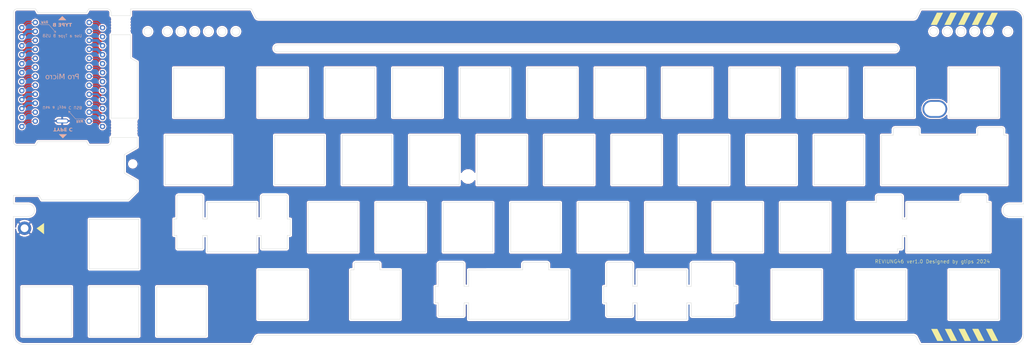
<source format=kicad_pcb>
(kicad_pcb (version 20240108) (generator "pcbnew") (generator_version "8.0")
  (title_block (title "REVIUNG46 Top Plate") (date "2024-07-11") (rev "ver1.0"))
  (layers (0 "F.Cu" signal) (31 "B.Cu" signal) (34 "B.Paste" user) (35 "F.Paste" user) (36 "B.SilkS" user "B.Silkscreen") (37 "F.SilkS" user "F.Silkscreen") (38 "B.Mask" user) (39 "F.Mask" user) (44 "Edge.Cuts" user))
  (net 0 "")
  (net 1 "GND")
  (net 2 "B2")
  (net 3 "D2")
  (net 4 "F6")
  (net 5 "B1")
  (net 6 "B4")
  (net 7 "F4")
  (net 8 "D7")
  (net 9 "RST")
  (net 10 "D3")
  (net 11 "E6")
  (net 12 "C6")
  (net 13 "F5")
  (net 14 "RAW")
  (net 15 "D0")
  (net 16 "D1")
  (net 17 "B6")
  (net 18 "V1")
  (net 19 "B5")
  (net 20 "B3")
  (net 21 "F7")
  (net 22 "D4")
  (net 23 "G1")
  (net 24 "G2")
  (net 25 "G3")
  (footprint "_reviung-kbd:HOLE_4.0mm_6.0mm" (layer "F.Cu") (at 274.635 42.6)
    (property "Reference" "REF**" (hide yes))
    (property "Value" "HOLE_4.0mm_6.0mm" (hide yes))
  )
  (footprint "_reviung-kbd:ProMicroExtentionBard" (layer "F.Cu") (at 28.167816 30.775477)
    (property "Reference" "U2" (hide yes))
    (property "Value" "ProMicro Extention Board")
  )
  (footprint "_reviung-kbd:Stamp_Holes_5mm" (layer "F.Cu") (at 46.96 18.87 -90)
    (property "Reference" "breakaway" (hide yes))
    (property "Value" "Stamp_Holes_5mm")
  )
  (footprint "_reviung-kbd:Stamp_Holes_5mm" (layer "F.Cu") (at 42.32 18.88 90)
    (property "Reference" "breakaway" (hide yes))
    (property "Value" "Stamp_Holes_5mm")
  )
  (footprint "MountingHole:MountingHole_3.7mm" (layer "F.Cu") (at 142.775 61.71)
    (property "Reference" "REF**" (hide yes))
    (property "Value" "MountingHole_3.7mm")
  )
  (footprint "MountingHole:MountingHole_2.2mm_M2_ISO14580_Pad" (layer "F.Cu") (at 17.435 76.35)
    (property "Reference" "H1" (hide yes))
    (property "Value" "MountingHole_Pad")
  )
  (footprint "_reviung-kbd:Stamp_Holes_5mm" (layer "F.Cu") (at 42.32 47.94 90)
    (property "Reference" "breakaway" (hide yes))
    (property "Value" "Stamp_Holes_5mm")
  )
  (footprint "_reviung-kbd:Stamp_Holes_5mm" (layer "F.Cu") (at 48.89 47.92 -90)
    (property "Reference" "breakaway" (hide yes))
    (property "Value" "Stamp_Holes_5mm")
  )
  (footprint "_reviung-kbd:HOLE_2.2mm" (layer "F.Cu") (at 48.01 58.15)
    (property "Reference" "Ref**" (hide yes))
    (property "Value" "Val**" (hide yes))
  )
  (footprint "_reviung-kbd:ProMicro" (layer "F.Cu") (at 28.0786 32.603)
    (property "Reference" "U1" (hide yes))
    (property "Value" "ProMicro Extention Board" (hide yes))
  )
  (footprint "_reviung-kbd:Hole_3mm_0.82mm_Pad" (layer "F.Cu") (at 28.0786 46)
    (property "Reference" "H2" (hide yes))
    (property "Value" "MountingHole_Pad")
  )
  (gr_line (start 25.755 20.8) (end 26.25 20.93) (stroke (width 0.1)) (layer "B.SilkS"))
  (gr_line (start 30.395 43.35) (end 29.9 43.22) (stroke (width 0.1)) (layer "B.SilkS"))
  (gr_poly (pts (xy 29.32566 49.78434) (xy 28.265 50.845) (xy 27.20434 49.78434) (xy 28.25434 49.78434)) (stroke (width 0.1)) (fill solid) (layer "B.SilkS"))
  (gr_line (start 34.7 46.03) (end 34.005 45.4) (stroke (width 0.1)) (layer "B.SilkS"))
  (gr_line (start 21.45 18.12) (end 22.145 18.75) (stroke (width 0.1)) (layer "B.SilkS"))
  (gr_line (start 29.9 43.22) (end 29.98 43.73) (stroke (width 0.1)) (layer "B.SilkS"))
  (gr_line (start 22.145 18.75) (end 24.32 18.75) (stroke (width 0.1)) (layer "B.SilkS"))
  (gr_line (start 26.25 20.93) (end 26.17 20.42) (stroke (width 0.1)) (layer "B.SilkS"))
  (gr_line (start 31.83 45.4) (end 29.9 43.22) (stroke (width 0.1)) (layer "B.SilkS"))
  (gr_poly (pts (xy 27.04434 17.43566) (xy 28.105 16.375) (xy 29.16566 17.43566) (xy 28.11566 17.43566)) (stroke (width 0.1)) (fill solid) (layer "B.SilkS"))
  (gr_line (start 24.32 18.75) (end 26.25 20.93) (stroke (width 0.1)) (layer "B.SilkS"))
  (gr_line (start 34.005 45.4) (end 31.83 45.4) (stroke (width 0.1)) (layer "B.SilkS"))
  (gr_poly (pts (xy 292.352407 15.43375) (xy 290.721157 15.43375) (xy 289.033657 18.765) (xy 290.664907 18.765)) (stroke (width 0.1)) (fill solid) (layer "F.SilkS"))
  (gr_poly (pts (xy 22.908255 74.96384) (xy 22.908255 77.96384) (xy 20.908255 76.4)) (stroke (width 0.1)) (fill solid) (layer "F.SilkS"))
  (gr_poly (pts (xy 280.752333 15.413556) (xy 279.121083 15.413556) (xy 277.433583 18.744806) (xy 279.064833 18.744806)) (stroke (width 0.1)) (fill solid) (layer "F.SilkS"))
  (gr_poly (pts (xy 292.460899 108.193566) (xy 290.829649 108.193566) (xy 289.142149 104.862316) (xy 290.773399 104.862316)) (stroke (width 0.1)) (fill solid) (layer "F.SilkS"))
  (gr_poly (pts (xy 284.73125 108.2) (xy 283.1 108.2) (xy 281.4125 104.86875) (xy 283.04375 104.86875)) (stroke (width 0.1)) (fill solid) (layer "F.SilkS"))
  (gr_poly (pts (xy 284.622758 15.427316) (xy 282.991508 15.427316) (xy 281.304008 18.758566) (xy 282.935258 18.758566)) (stroke (width 0.1)) (fill solid) (layer "F.SilkS"))
  (gr_poly (pts (xy 288.597461 108.198566) (xy 286.966211 108.198566) (xy 285.278711 104.867316) (xy 286.909961 104.867316)) (stroke (width 0.1)) (fill solid) (layer "F.SilkS"))
  (gr_poly (pts (xy 288.488969 15.42875) (xy 286.857719 15.42875) (xy 285.170219 18.76) (xy 286.801469 18.76)) (stroke (width 0.1)) (fill solid) (layer "F.SilkS"))
  (gr_poly (pts (xy 276.992627 108.213232) (xy 275.361377 108.213232) (xy 273.673877 104.881982) (xy 275.305127 104.881982)) (stroke (width 0.1)) (fill solid) (layer "F.SilkS"))
  (gr_poly (pts (xy 276.884135 15.414084) (xy 275.252885 15.414084) (xy 273.565385 18.745334) (xy 275.196635 18.745334)) (stroke (width 0.1)) (fill solid) (layer "F.SilkS"))
  (gr_poly (pts (xy 280.860825 108.21376) (xy 279.229575 108.21376) (xy 277.542075 104.88251) (xy 279.173325 104.88251)) (stroke (width 0.1)) (fill solid) (layer "F.SilkS"))
  (gr_line (start 164.334413 50.032741) (end 178.334398 50.032741) (stroke (width 0.09)) (layer "Edge.Cuts"))
  (gr_line (start 225.959398 69.082741) (end 225.959377 83.082747) (stroke (width 0.09)) (layer "Edge.Cuts"))
  (gr_curve (pts (xy 82.712091 107.209957) (xy 82.881418 106.871304) (xy 83.227499 106.657148) (xy 83.606395 106.657148)) (stroke (width 0.09)) (layer "Edge.Cuts"))
  (gr_line (start 49.747157 92.894724) (end 49.747135 106.894731) (stroke (width 0.09)) (layer "Edge.Cuts"))
  (gr_line (start 264.059377 83.082747) (end 250.059391 83.082726) (stroke (width 0.09)) (layer "Edge.Cuts"))
  (gr_line (start 296.79743 14.295) (end 270.603314 14.295) (stroke (width 0.09)) (layer "Edge.Cuts"))
  (gr_curve (pts (xy 40.859262 52.894883) (xy 41.12419 52.894883) (xy 41.378546 52.789764) (xy 41.566218 52.602093)) (stroke (width 0.09)) (layer "Edge.Cuts"))
  (gr_curve (pts (xy 278.175311 19.569742) (xy 278.782466 19.569742) (xy 279.275287 20.062563) (xy 279.275287 20.669697)) (stroke (width 0.09)) (layer "Edge.Cuts"))
  (gr_line (start 266.735032 69.082482) (end 282.005848 69.082741) (stroke (width 0.09)) (layer "Edge.Cuts"))
  (gr_line (start 181.927224 101.024998) (end 181.927224 97.437104) (stroke (width 0.09)) (layer "Edge.Cuts"))
  (gr_curve (pts (xy 41.566218 52.602093) (xy 41.753889 52.414421) (xy 41.859029 52.160066) (xy 41.859029 51.895116)) (stroke (width 0.09)) (layer "Edge.Cuts"))
  (gr_line (start 20.604147 14.295) (end 15.297321 14.295) (stroke (width 0.09)) (layer "Edge.Cuts"))
  (gr_curve (pts (xy 263.297279 24.457127) (xy 263.849355 24.457127) (xy 264.29739 24.905506) (xy 264.29739 25.45726)) (stroke (width 0.09)) (layer "Edge.Cuts"))
  (gr_line (start 135.759413 69.082741) (end 149.759398 69.082741) (stroke (width 0.09)) (layer "Edge.Cuts"))
  (gr_curve (pts (xy 69.3884 19.569742) (xy 69.995512 19.569742) (xy 70.488354 20.062563) (xy 70.488354 20.669697)) (stroke (width 0.09)) (layer "Edge.Cuts"))
  (gr_line (start 60.483991 81.954759) (end 60.484012 78.369405) (stroke (width 0.09)) (layer "Edge.Cuts"))
  (gr_curve (pts (xy 299.797441 17.295032) (xy 299.797441 15.638027) (xy 298.454047 14.295) (xy 296.79743 14.295)) (stroke (width 0.09)) (layer "Edge.Cuts"))
  (gr_curve (pts (xy 64.421993 20.669697) (xy 64.421993 20.062563) (xy 64.914814 19.569742) (xy 65.521947 19.569742)) (stroke (width 0.09)) (layer "Edge.Cuts"))
  (gr_line (start 121.184398 50.032741) (end 121.184377 64.032747) (stroke (width 0.09)) (layer "Edge.Cuts"))
  (gr_line (start 84.36283 78.369405) (end 83.074429 78.369405) (stroke (width 0.09)) (layer "Edge.Cuts"))
  (gr_curve (pts (xy 273.208947 20.669697) (xy 273.208947 20.062563) (xy 273.701768 19.569742) (xy 274.30888 19.569742)) (stroke (width 0.09)) (layer "Edge.Cuts"))
  (gr_line (start 81.551094 14.295) (end 47.374347 14.295) (stroke (width 0.09)) (layer "Edge.Cuts"))
  (gr_line (start 282.505839 66.939934) (end 288.830797 66.939934) (stroke (width 0.09)) (layer "Edge.Cuts"))
  (gr_line (start 67.808974 67.439947) (end 67.808953 73.775887) (stroke (width 0.09)) (layer "Edge.Cuts"))
  (gr_line (start 190.540565 88.141612) (end 204.540551 88.141612) (stroke (width 0.09)) (layer "Edge.Cuts"))
  (gr_line (start 68.796898 92.894724) (end 68.796877 106.894731) (stroke (width 0.09)) (layer "Edge.Cuts"))
  (gr_line (start 117.863757 86.503663) (end 117.863757 88.132719) (stroke (width 0.09)) (layer "Edge.Cuts"))
  (gr_line (start 159.284398 50.032741) (end 159.284377 64.032747) (stroke (width 0.09)) (layer "Edge.Cuts"))
  (gr_line (start 270.484781 109.294886) (end 296.79743 109.294886) (stroke (width 0.09)) (layer "Edge.Cuts"))
  (gr_line (start 217.60459 101.262624) (end 206.05607 101.275005) (stroke (width 0.09)) (layer "Edge.Cuts"))
  (gr_line (start 88.897351 24.457127) (end 263.297279 24.457127) (stroke (width 0.09)) (layer "Edge.Cuts"))
  (gr_line (start 287.267542 47.893164) (end 293.592501 47.893164) (stroke (width 0.09)) (layer "Edge.Cuts"))
  (gr_line (start 40.859241 14.295) (end 35.55205 14.295) (stroke (width 0.09)) (layer "Edge.Cuts"))
  (gr_curve (pts (xy 287.008536 20.669697) (xy 287.008536 21.27683) (xy 286.515672 21.769651) (xy 285.90856 21.769651)) (stroke (width 0.09)) (layer "Edge.Cuts"))
  (gr_curve (pts (xy 285.90856 21.769651) (xy 285.301426 21.769651) (xy 284.808584 21.27683) (xy 284.808584 20.669697)) (stroke (width 0.09)) (layer "Edge.Cuts"))
  (gr_curve (pts (xy 269.442317 16.616994) (xy 269.27299 16.955647) (xy 268.926565 17.169781) (xy 268.548035 17.169781)) (stroke (width 0.09)) (layer "Edge.Cuts"))
  (gr_line (start 295.015648 50.032741) (end 295.015627 64.032747) (stroke (width 0.09)) (layer "Edge.Cuts"))
  (gr_line (start 49.25959 62.891215) (end 49.25959 65.83126) (stroke (width 0.09)) (layer "Edge.Cuts"))
  (gr_line (start 294.092492 50.032741) (end 295.015648 50.032741) (stroke (width 0.09)) (layer "Edge.Cuts"))
  (gr_line (start 182.427172 86.010153) (end 188.75213 86.010153) (stroke (width 0.09)) (layer "Edge.Cuts"))
  (gr_line (start 57.177905 64.032467) (end 57.177905 50.032482) (stroke (width 0.09)) (layer "Edge.Cuts"))
  (gr_line (start 171.198701 102.132597) (end 142.909816 102.141619) (stroke (width 0.09)) (layer "Edge.Cuts"))
  (gr_curve (pts (xy 14.297189 106.294853) (xy 14.297189 107.951858) (xy 15.640216 109.294886) (xy 17.297221 109.294886)) (stroke (width 0.09)) (layer "Edge.Cuts"))
  (gr_line (start 14.297189 67.032112) (end 14.297189 69.504033) (stroke (width 0.09)) (layer "Edge.Cuts"))
  (gr_curve (pts (xy 61.655495 21.769651) (xy 61.048362 21.769651) (xy 60.555541 21.27683) (xy 60.555541 20.669697)) (stroke (width 0.09)) (layer "Edge.Cuts"))
  (gr_line (start 135.471898 30.982741) (end 135.471877 44.982747) (stroke (width 0.09)) (layer "Edge.Cuts"))
  (gr_line (start 231.009413 69.082741) (end 245.009398 69.082741) (stroke (width 0.09)) (layer "Edge.Cuts"))
  (gr_line (start 140.234398 50.032741) (end 140.234377 64.032747) (stroke (width 0.09)) (layer "Edge.Cuts"))
  (gr_curve (pts (xy 53.37228 20.669697) (xy 53.37228 21.27683) (xy 52.879437 21.769651) (xy 52.272326 21.769651)) (stroke (width 0.09)) (layer "Edge.Cuts"))
  (gr_curve (pts (xy 67.808931 81.95478) (xy 67.808931 82.092842) (xy 67.697008 82.204786) (xy 67.558925 82.204786)) (stroke (width 0.09)) (layer "Edge.Cuts"))
  (gr_line (start 47.374347 16.16967) (end 41.859029 16.16967) (stroke (width 0.09)) (layer "Edge.Cuts"))
  (gr_line (start 97.659391 83.082726) (end 97.659413 69.082741) (stroke (width 0.09)) (layer "Edge.Cuts"))
  (gr_curve (pts (xy 289.775012 19.569742) (xy 290.382146 19.569742) (xy 290.874966 20.062563) (xy 290.874966 20.669697)) (stroke (width 0.09)) (layer "Edge.Cuts"))
  (gr_line (start 134.796423 86.010153) (end 141.121381 86.010153) (stroke (width 0.09)) (layer "Edge.Cuts"))
  (gr_line (start 217.854553 97.427264) (end 217.854574 101.012618) (stroke (width 0.09)) (layer "Edge.Cuts"))
  (gr_curve (pts (xy 91.687771 81.95478) (xy 91.687771 82.092842) (xy 91.575848 82.204786) (xy 91.437764 82.204786)) (stroke (width 0.09)) (layer "Edge.Cuts"))
  (gr_line (start 230.721898 30.982741) (end 230.721877 44.982747) (stroke (width 0.09)) (layer "Edge.Cuts"))
  (gr_line (start 278.634413 30.982741) (end 292.634398 30.982741) (stroke (width 0.09)) (layer "Edge.Cuts"))
  (gr_line (start 102.134377 64.032747) (end 88.134391 64.032726) (stroke (width 0.09)) (layer "Edge.Cuts"))
  (gr_curve (pts (xy 165.000221 86.010153) (xy 165.276367 86.010131) (xy 165.500212 86.233998) (xy 165.500212 86.510144)) (stroke (width 0.09)) (layer "Edge.Cuts"))
  (gr_line (start 97.371898 30.982741) (end 97.371877 44.982747) (stroke (width 0.09)) (layer "Edge.Cuts"))
  (gr_line (start 197.384377 64.032747) (end 183.384391 64.032726) (stroke (width 0.09)) (layer "Edge.Cuts"))
  (gr_curve (pts (xy 285.90856 19.569742) (xy 286.515693 19.569742) (xy 287.008536 20.062563) (xy 287.008536 20.669697)) (stroke (width 0.09)) (layer "Edge.Cuts"))
  (gr_line (start 20.604147 52.894883) (end 21.18766 51.859136) (stroke (width 0.09)) (layer "Edge.Cuts"))
  (gr_line (start 190.540565 97.439623) (end 189.252164 97.439623) (stroke (width 0.09)) (layer "Edge.Cuts"))
  (gr_line (start 47.374347 28.194453) (end 49.259611 29.28278) (stroke (width 0.09)) (layer "Edge.Cuts"))
  (gr_line (start 83.372903 88.132741) (end 97.37291 88.132741) (stroke (width 0.09)) (layer "Edge.Cuts"))
  (gr_line (start 14.297189 15.295132) (end 14.297189 51.895116) (stroke (width 0.09)) (layer "Edge.Cuts"))
  (gr_curve (pts (xy 296.79743 109.294886) (xy 298.454047 109.294886) (xy 299.797441 107.951858) (xy 299.797441 106.294853)) (stroke (width 0.09)) (layer "Edge.Cuts"))
  (gr_line (start 242.627911 88.132741) (end 242.62789 102.132747) (stroke (width 0.09)) (layer "Edge.Cuts"))
  (gr_line (start 206.909398 69.082741) (end 206.909377 83.082747) (stroke (width 0.09)) (layer "Edge.Cuts"))
  (gr_curve (pts (xy 284.808584 20.669697) (xy 284.808584 20.062563) (xy 285.301448 19.569742) (xy 285.90856 19.569742)) (stroke (width 0.09)) (layer "Edge.Cuts"))
  (gr_line (start 211.959391 83.082726) (end 211.959413 69.082741) (stroke (width 0.09)) (layer "Edge.Cuts"))
  (gr_line (start 92.52312 78.366885) (end 91.687771 78.366885) (stroke (width 0.09)) (layer "Edge.Cuts"))
  (gr_curve (pts (xy 41.566218 14.587811) (xy 41.378524 14.400484) (xy 41.12419 14.295) (xy 40.859241 14.295)) (stroke (width 0.09)) (layer "Edge.Cuts"))
  (gr_line (start 121.471913 30.982741) (end 135.471898 30.982741) (stroke (width 0.09)) (layer "Edge.Cuts"))
  (gr_line (start 190.540565 92.828492) (end 190.540565 88.141612) (stroke (width 0.09)) (layer "Edge.Cuts"))
  (gr_line (start 299.797441 73.003927) (end 295.648426 73.003927) (stroke (width 0.09)) (layer "Edge.Cuts"))
  (gr_line (start 289.330788 67.439947) (end 289.330788 69.082741) (stroke (width 0.09)) (layer "Edge.Cuts"))
  (gr_line (start 178.334377 64.032747) (end 164.334391 64.032726) (stroke (width 0.09)) (layer "Edge.Cuts"))
  (gr_line (start 60.484012 73.758273) (end 60.484034 67.439925) (stroke (width 0.09)) (layer "Edge.Cuts"))
  (gr_line (start 91.687792 73.775887) (end 92.523142 73.775887) (stroke (width 0.09)) (layer "Edge.Cuts"))
  (gr_line (start 181.091874 97.437104) (end 181.091853 92.846105) (stroke (width 0.09)) (layer "Edge.Cuts"))
  (gr_curve (pts (xy 84.612815 82.204765) (xy 84.474753 82.204765) (xy 84.36283 82.092821) (xy 84.36283 81.954759)) (stroke (width 0.09)) (layer "Edge.Cuts"))
  (gr_curve (pts (xy 206.05607 101.275005) (xy 205.917986 101.275005) (xy 205.806063 101.163061) (xy 205.806063 101.024998)) (stroke (width 0.09)) (layer "Edge.Cuts"))
  (gr_curve (pts (xy 70.488354 20.669697) (xy 70.488354 21.27683) (xy 69.995512 21.769651) (xy 69.3884 21.769651)) (stroke (width 0.09)) (layer "Edge.Cuts"))
  (gr_line (start 116.709391 83.082726) (end 116.709413 69.082741) (stroke (width 0.09)) (layer "Edge.Cuts"))
  (gr_line (start 268.548035 17.169781) (end 83.606395 17.169781) (stroke (width 0.09)) (layer "Edge.Cuts"))
  (gr_line (start 183.384391 64.032726) (end 183.384413 50.032741) (stroke (width 0.09)) (layer "Edge.Cuts"))
  (gr_line (start 294.092492 48.393177) (end 294.092492 50.032741) (stroke (width 0.09)) (layer "Edge.Cuts"))
  (gr_curve (pts (xy 14.59 52.602093) (xy 14.777672 52.789764) (xy 15.032028 52.894883) (xy 15.297321 52.894883)) (stroke (width 0.09)) (layer "Edge.Cuts"))
  (gr_curve (pts (xy 269.713661 47.893164) (xy 269.989786 47.893164) (xy 270.213652 48.117031) (xy 270.213652 48.393177)) (stroke (width 0.09)) (layer "Edge.Cuts"))
  (gr_line (start 59.559391 44.982726) (end 59.559413 30.982741) (stroke (width 0.09)) (layer "Edge.Cuts"))
  (gr_curve (pts (xy 290.874966 20.669697) (xy 290.874966 21.27683) (xy 290.382146 21.769651) (xy 289.775012 21.769651)) (stroke (width 0.09)) (layer "Edge.Cuts"))
  (gr_line (start 187.859398 69.082741) (end 187.859377 83.082747) (stroke (width 0.09)) (layer "Edge.Cuts"))
  (gr_line (start 88.134391 64.032726) (end 88.134413 50.032741) (stroke (width 0.09)) (layer "Edge.Cuts"))
  (gr_line (start 266.440648 88.132762) (end 266.440627 102.132747) (stroke (width 0.09)) (layer "Edge.Cuts"))
  (gr_curve (pts (xy 217.35454 85.997772) (xy 217.630686 85.997772) (xy 217.854531 86.221638) (xy 217.854531 86.497784)) (stroke (width 0.09)) (layer "Edge.Cuts"))
  (gr_curve (pts (xy 188.75213 86.010153) (xy 189.028276 86.010131) (xy 189.252121 86.233998) (xy 189.252121 86.510144)) (stroke (width 0.09)) (layer "Edge.Cuts"))
  (gr_line (start 290.253127 83.082747) (end 266.734902 83.082489) (stroke (width 0.09)) (layer "Edge.Cuts"))
  (gr_line (start 270.213652 50.032741) (end 286.767551 50.032741) (stroke (width 0.09)) (layer "Edge.Cuts"))
  (gr_line (start 263.297279 26.457371) (end 88.897351 26.457371) (stroke (width 0.09)) (layer "Edge.Cuts"))
  (gr_line (start 205.806063 101.024998) (end 205.806042 97.437104) (stroke (width 0.09)) (layer "Edge.Cuts"))
  (gr_line (start 240.534391 64.032726) (end 240.534413 50.032741) (stroke (width 0.09)) (layer "Edge.Cuts"))
  (gr_line (start 295.015627 64.032747) (end 259.584391 64.032726) (stroke (width 0.09)) (layer "Edge.Cuts"))
  (gr_line (start 258.644612 66.939934) (end 264.969571 66.939934) (stroke (width 0.09)) (layer "Edge.Cuts"))
  (gr_line (start 181.927224 97.437104) (end 181.091874 97.437104) (stroke (width 0.09)) (layer "Edge.Cuts"))
  (gr_curve (pts (xy 296.345477 20.669697) (xy 296.345477 21.27683) (xy 295.852656 21.769651) (xy 295.245522 21.769651)) (stroke (width 0.09)) (layer "Edge.Cuts"))
  (gr_line (start 204.540551 92.846105) (end 205.806042 92.846105) (stroke (width 0.09)) (layer "Edge.Cuts"))
  (gr_line (start 133.461104 92.846105) (end 134.296453 92.846105) (stroke (width 0.09)) (layer "Edge.Cuts"))
  (gr_line (start 197.384398 50.032741) (end 197.384377 64.032747) (stroke (width 0.09)) (layer "Edge.Cuts"))
  (gr_line (start 16.697903 106.894709) (end 16.697925 92.894724) (stroke (width 0.09)) (layer "Edge.Cuts"))
  (gr_line (start 111.659377 83.082747) (end 97.659391 83.082726) (stroke (width 0.09)) (layer "Edge.Cuts"))
  (gr_line (start 192.909413 69.082741) (end 206.909398 69.082741) (stroke (width 0.09)) (layer "Edge.Cuts"))
  (gr_line (start 45.618576 55.505103) (end 45.618576 60.789362) (stroke (width 0.09)) (layer "Edge.Cuts"))
  (gr_line (start 35.747171 92.894724) (end 49.747157 92.894724) (stroke (width 0.09)) (layer "Edge.Cuts"))
  (gr_line (start 142.909816 88.141612) (end 158.175271 88.132654) (stroke (width 0.09)) (layer "Edge.Cuts"))
  (gr_curve (pts (xy 264.29739 25.45726) (xy 264.29739 26.009336) (xy 263.849355 26.457371) (xy 263.297279 26.457371)) (stroke (width 0.09)) (layer "Edge.Cuts"))
  (gr_line (start 75.940648 50.032741) (end 75.940627 64.032747) (stroke (width 0.09)) (layer "Edge.Cuts"))
  (gr_line (start 54.796891 106.894709) (end 54.796913 92.894724) (stroke (width 0.09)) (layer "Edge.Cuts"))
  (gr_line (start 266.734902 83.082489) (end 266.734902 78.366885) (stroke (width 0.09)) (layer "Edge.Cuts"))
  (gr_line (start 135.759391 83.082726) (end 135.759413 69.082741) (stroke (width 0.09)) (layer "Edge.Cuts"))
  (gr_curve (pts (xy 57.789065 21.769651) (xy 57.18191 21.769651) (xy 56.688744 21.27683) (xy 56.688744 20.669697)) (stroke (width 0.09)) (layer "Edge.Cuts"))
  (gr_line (start 173.571877 44.982747) (end 159.571891 44.982726) (stroke (width 0.09)) (layer "Edge.Cuts"))
  (gr_line (start 116.709413 69.082741) (end 130.709398 69.082741) (stroke (width 0.09)) (layer "Edge.Cuts"))
  (gr_line (start 21.509388 67.032112) (end 14.297189 67.032112) (stroke (width 0.09)) (layer "Edge.Cuts"))
  (gr_line (start 242.62789 102.132747) (end 228.627905 102.132726) (stroke (width 0.09)) (layer "Edge.Cuts"))
  (gr_line (start 254.821913 30.982741) (end 268.821898 30.982741) (stroke (width 0.09)) (layer "Edge.Cuts"))
  (gr_line (start 109.565921 102.132726) (end 109.5659 88.132741) (stroke (width 0.09)) (layer "Edge.Cuts"))
  (gr_line (start 299.797441 106.294853) (end 299.797441 73.003927) (stroke (width 0.09)) (layer "Edge.Cuts"))
  (gr_curve (pts (xy 283.142062 20.669697) (xy 283.142062 21.27683) (xy 282.648897 21.769651) (xy 282.042108 21.769651)) (stroke (width 0.09)) (layer "Edge.Cuts"))
  (gr_line (start 154.809391 83.082726) (end 154.809413 69.082741) (stroke (width 0.09)) (layer "Edge.Cuts"))
  (gr_line (start 270.603314 14.295) (end 269.442317 16.616994) (stroke (width 0.09)) (layer "Edge.Cuts"))
  (gr_line (start 254.534398 50.032741) (end 254.534377 64.032747) (stroke (width 0.09)) (layer "Edge.Cuts"))
  (gr_line (start 299.797441 69.504033) (end 299.797441 17.295032) (stroke (width 0.09)) (layer "Edge.Cuts"))
  (gr_line (start 254.821891 44.982726) (end 254.821913 30.982741) (stroke (width 0.09)) (layer "Edge.Cuts"))
  (gr_line (start 110.538816 88.132741) (end 110.538816 86.503684) (stroke (width 0.09)) (layer "Edge.Cuts"))
  (gr_line (start 46.759462 68.331042) (end 22.259386 68.331042) (stroke (width 0.09)) (layer "Edge.Cuts"))
  (gr_line (start 266.440627 102.132747) (end 252.440641 102.132726) (stroke (width 0.09)) (layer "Edge.Cuts"))
  (gr_line (start 14.297189 73.003927) (end 14.297189 106.294853) (stroke (width 0.09)) (layer "Edge.Cuts"))
  (gr_line (start 292.634377 102.132747) (end 278.634391 102.132726) (stroke (width 0.09)) (layer "Edge.Cuts"))
  (gr_line (start 97.371877 44.982747) (end 83.371891 44.982726) (stroke (width 0.09)) (layer "Edge.Cuts"))
  (gr_line (start 69.074444 78.366885) (end 67.808953 78.366885) (stroke (width 0.09)) (layer "Edge.Cuts"))
  (gr_line (start 216.434377 64.032747) (end 202.434391 64.032726) (stroke (width 0.09)) (layer "Edge.Cuts"))
  (gr_curve (pts (xy 278.175311 21.769651) (xy 277.568199 21.769651) (xy 277.075378 21.27683) (xy 277.075378 20.669697)) (stroke (width 0.09)) (layer "Edge.Cuts"))
  (gr_curve (pts (xy 73.255196 19.569742) (xy 73.861964 19.569742) (xy 74.355151 20.062563) (xy 74.355151 20.669697)) (stroke (width 0.09)) (layer "Edge.Cuts"))
  (gr_line (start 21.18766 15.331112) (end 20.604147 14.295) (stroke (width 0.09)) (layer "Edge.Cuts"))
  (gr_line (start 82.712091 16.616994) (end 81.551094 14.295) (stroke (width 0.09)) (layer "Edge.Cuts"))
  (gr_line (start 158.175271 88.132654) (end 158.175271 86.510165) (stroke (width 0.09)) (layer "Edge.Cuts"))
  (gr_line (start 258.144621 69.082741) (end 258.144621 67.439925) (stroke (width 0.09)) (layer "Edge.Cuts"))
  (gr_line (start 84.362852 73.758273) (end 84.362873 67.439925) (stroke (width 0.09)) (layer "Edge.Cuts"))
  (gr_line (start 269.442317 107.209957) (end 270.484781 109.294886) (stroke (width 0.09)) (layer "Edge.Cuts"))
  (gr_curve (pts (xy 60.555541 20.669697) (xy 60.555541 20.062563) (xy 61.048362 19.569742) (xy 61.655495 19.569742)) (stroke (width 0.09)) (layer "Edge.Cuts"))
  (gr_curve (pts (xy 141.621415 101.024977) (xy 141.621415 101.163039) (xy 141.509493 101.274983) (xy 141.37143 101.274983)) (stroke (width 0.09)) (layer "Edge.Cuts"))
  (gr_line (start 192.621898 30.982741) (end 192.621877 44.982747) (stroke (width 0.09)) (layer "Edge.Cuts"))
  (gr_line (start 84.36283 81.954759) (end 84.36283 78.369405) (stroke (width 0.09)) (layer "Edge.Cuts"))
  (gr_line (start 59.648641 78.369405) (end 59.648641 73.758273) (stroke (width 0.09)) (layer "Edge.Cuts"))
  (gr_line (start 69.074444 83.0714) (end 69.074444 78.366885) (stroke (width 0.09)) (layer "Edge.Cuts"))
  (gr_line (start 81.669627 109.294886) (end 82.712091 107.209957) (stroke (width 0.09)) (layer "Edge.Cuts"))
  (gr_line (start 83.074429 78.369405) (end 83.074429 83.0714) (stroke (width 0.09)) (layer "Edge.Cuts"))
  (gr_line (start 225.959377 83.082747) (end 211.959391 83.082726) (stroke (width 0.09)) (layer "Edge.Cuts"))
  (gr_curve (pts (xy 52.272326 19.569742) (xy 52.879459 19.569742) (xy 53.37228 20.062563) (xy 53.37228 20.669697)) (stroke (width 0.09)) (layer "Edge.Cuts"))
  (gr_line (start 235.771913 30.982741) (end 249.771898 30.982741) (stroke (width 0.09)) (layer "Edge.Cuts"))
  (gr_line (start 21.18766 51.859136) (end 34.968558 51.859136) (stroke (width 0.09)) (layer "Edge.Cuts"))
  (gr_curve (pts (xy 56.688744 20.669697) (xy 56.688744 20.062563) (xy 57.181931 19.569742) (xy 57.789065 19.569742)) (stroke (width 0.09)) (layer "Edge.Cuts"))
  (gr_curve (pts (xy 14.59 14.587811) (xy 14.402673 14.775483) (xy 14.297189 15.029838) (xy 14.297189 15.295132)) (stroke (width 0.09)) (layer "Edge.Cuts"))
  (gr_line (start 47.374347 14.295) (end 47.374347 16.16967) (stroke (width 0.09)) (layer "Edge.Cuts"))
  (gr_line (start 141.37143 101.274983) (end 134.546481 101.275005) (stroke (width 0.09)) (layer "Edge.Cuts"))
  (gr_line (start 67.808953 73.775887) (end 69.074444 73.775887) (stroke (width 0.09)) (layer "Edge.Cuts"))
  (gr_curve (pts (xy 51.172371 20.669697) (xy 51.172371 20.062563) (xy 51.665192 19.569742) (xy 52.272326 19.569742)) (stroke (width 0.09)) (layer "Edge.Cuts"))
  (gr_line (start 230.721877 44.982747) (end 216.721891 44.982726) (stroke (width 0.09)) (layer "Edge.Cuts"))
  (gr_line (start 268.821898 30.982741) (end 268.821877 44.982747) (stroke (width 0.09)) (layer "Edge.Cuts"))
  (gr_curve (pts (xy 258.144621 67.439925) (xy 258.144621 67.163779) (xy 258.368467 66.939913) (xy 258.644612 66.939934)) (stroke (width 0.09)) (layer "Edge.Cuts"))
  (gr_line (start 259.584413 50.032741) (end 262.888712 50.032741) (stroke (width 0.09)) (layer "Edge.Cuts"))
  (gr_line (start 123.565907 88.132719) (end 123.565907 102.132704) (stroke (width 0.09)) (layer "Edge.Cuts"))
  (gr_line (start 221.484413 50.032741) (end 235.484398 50.032741) (stroke (width 0.09)) (layer "Edge.Cuts"))
  (gr_curve (pts (xy 20.258776 71.254141) (xy 20.258776 72.22006) (xy 19.474564 73.003927) (xy 18.508667 73.003927)) (stroke (width 0.09)) (layer "Edge.Cuts"))
  (gr_line (start 265.2019 82.204786) (end 264.059377 82.204786) (stroke (width 0.09)) (layer "Edge.Cuts"))
  (gr_line (start 83.074429 73.758273) (end 84.362852 73.758273) (stroke (width 0.09)) (layer "Edge.Cuts"))
  (gr_line (start 159.284377 64.032747) (end 145.284391 64.032726) (stroke (width 0.09)) (layer "Edge.Cuts"))
  (gr_curve (pts (xy 61.655495 19.569742) (xy 62.262629 19.569742) (xy 62.75545 20.062563) (xy 62.75545 20.669697)) (stroke (width 0.09)) (layer "Edge.Cuts"))
  (gr_curve (pts (xy 141.121381 86.010153) (xy 141.397527 86.010131) (xy 141.621372 86.233998) (xy 141.621372 86.510144)) (stroke (width 0.09)) (layer "Edge.Cuts"))
  (gr_line (start 49.747135 87.844774) (end 35.74715 87.844752) (stroke (width 0.09)) (layer "Edge.Cuts"))
  (gr_line (start 254.534377 64.032747) (end 240.534391 64.032726) (stroke (width 0.09)) (layer "Edge.Cuts"))
  (gr_curve (pts (xy 65.521947 21.769651) (xy 64.914814 21.769651) (xy 64.421993 21.27683) (xy 64.421993 20.669697)) (stroke (width 0.09)) (layer "Edge.Cuts"))
  (gr_line (start 262.888712 50.032741) (end 262.888712 48.393155) (stroke (width 0.09)) (layer "Edge.Cuts"))
  (gr_line (start 67.808953 78.366885) (end 67.808931 81.95478) (stroke (width 0.09)) (layer "Edge.Cuts"))
  (gr_line (start 14.297189 69.504033) (end 18.508667 69.504033) (stroke (width 0.09)) (layer "Edge.Cuts"))
  (gr_curve (pts (xy 265.451906 81.95478) (xy 265.451906 82.092842) (xy 265.339983 82.204786) (xy 265.2019 82.204786)) (stroke (width 0.09)) (layer "Edge.Cuts"))
  (gr_curve (pts (xy 182.17723 101.275005) (xy 182.039146 101.275005) (xy 181.927224 101.163061) (xy 181.927224 101.024998)) (stroke (width 0.09)) (layer "Edge.Cuts"))
  (gr_line (start 34.968558 51.859136) (end 35.552071 52.894883) (stroke (width 0.09)) (layer "Edge.Cuts"))
  (gr_line (start 231.009391 83.082726) (end 231.009413 69.082741) (stroke (width 0.09)) (layer "Edge.Cuts"))
  (gr_line (start 264.059377 82.204786) (end 264.059377 83.082747) (stroke (width 0.09)) (layer "Edge.Cuts"))
  (gr_curve (pts (xy 295.648426 73.003927) (xy 294.682529 73.003927) (xy 293.898296 72.22006) (xy 293.898296 71.254141)) (stroke (width 0.09)) (layer "Edge.Cuts"))
  (gr_line (start 91.687814 67.439947) (end 91.687792 73.775887) (stroke (width 0.09)) (layer "Edge.Cuts"))
  (gr_line (start 91.687771 78.366885) (end 91.687771 81.95478) (stroke (width 0.09)) (layer "Edge.Cuts"))
  (gr_line (start 278.634391 102.132726) (end 278.634413 88.132741) (stroke (width 0.09)) (layer "Edge.Cuts"))
  (gr_line (start 158.675262 86.010153) (end 165.000221 86.010153) (stroke (width 0.09)) (layer "Edge.Cuts"))
  (gr_line (start 97.659413 69.082741) (end 111.659398 69.082741) (stroke (width 0.09)) (layer "Edge.Cuts"))
  (gr_line (start 134.296475 97.437104) (end 133.461125 97.437104) (stroke (width 0.09)) (layer "Edge.Cuts"))
  (gr_line (start 289.330788 69.082741) (end 290.253148 69.082741) (stroke (width 0.09)) (layer "Edge.Cuts"))
  (gr_curve (pts (xy 87.897218 25.45726) (xy 87.897218 24.905506) (xy 88.345253 24.457127) (xy 88.897351 24.457127)) (stroke (width 0.09)) (layer "Edge.Cuts"))
  (gr_curve (pts (xy 262.888712 48.393155) (xy 262.888712 48.117009) (xy 263.112557 47.893143) (xy 263.388703 47.893164)) (stroke (width 0.09)) (layer "Edge.Cuts"))
  (gr_line (start 249.771877 44.982747) (end 235.771891 44.982726) (stroke (width 0.09)) (layer "Edge.Cuts"))
  (gr_line (start 189.002179 101.274983) (end 182.17723 101.275005) (stroke (width 0.09)) (layer "Edge.Cuts"))
  (gr_line (start 142.909816 97.439623) (end 141.621415 97.439623) (stroke (width 0.09)) (layer "Edge.Cuts"))
  (gr_curve (pts (xy 264.969571 66.939934) (xy 265.245695 66.939934) (xy 265.469562 67.163801) (xy 265.469562 67.439947)) (stroke (width 0.09)) (layer "Edge.Cuts"))
  (gr_line (start 73.559377 44.982747) (end 59.559391 44.982726) (stroke (width 0.09)) (layer "Edge.Cuts"))
  (gr_curve (pts (xy 274.30888 21.769651) (xy 273.701768 21.769651) (xy 273.208947 21.27683) (xy 273.208947 20.669697)) (stroke (width 0.09)) (layer "Edge.Cuts"))
  (gr_line (start 211.959413 69.082741) (end 225.959398 69.082741) (stroke (width 0.09)) (layer "Edge.Cuts"))
  (gr_line (start 149.759398 69.082741) (end 149.759377 83.082747) (stroke (width 0.09)) (layer "Edge.Cuts"))
  (gr_curve (pts (xy 274.30888 19.569742) (xy 274.916035 19.569742) (xy 275.408856 20.062563) (xy 275.408856 20.669697)) (stroke (width 0.09)) (layer "Edge.Cuts"))
  (gr_line (start 266.735032 73.775887) (end 266.735032 69.082482) (stroke (width 0.09)) (layer "Edge.Cuts"))
  (gr_line (start 140.521891 44.982726) (end 140.521913 30.982741) (stroke (width 0.09)) (layer "Edge.Cuts"))
  (gr_line (start 73.559398 30.982741) (end 73.559377 44.982747) (stroke (width 0.09)) (layer "Edge.Cuts"))
  (gr_line (start 252.440641 102.132726) (end 252.440641 88.132741) (stroke (width 0.09)) (layer "Edge.Cuts"))
  (gr_line (start 164.334391 64.032726) (end 164.334413 50.032741) (stroke (width 0.09)) (layer "Edge.Cuts"))
  (gr_line (start 189.252121 86.510144) (end 189.252143 92.828492) (stroke (width 0.09)) (layer "Edge.Cuts"))
  (gr_line (start 245.009398 69.082741) (end 245.009377 83.082747) (stroke (width 0.09)) (layer "Edge.Cuts"))
  (gr_line (start 18.508667 73.003927) (end 14.297189 73.003927) (stroke (width 0.09)) (layer "Edge.Cuts"))
  (gr_line (start 192.621877 44.982747) (end 178.621891 44.982726) (stroke (width 0.09)) (layer "Edge.Cuts"))
  (gr_curve (pts (xy 68.288424 20.669697) (xy 68.288424 20.062563) (xy 68.781266 19.569742) (xy 69.3884 19.569742)) (stroke (width 0.09)) (layer "Edge.Cuts"))
  (gr_line (start 178.621913 30.982741) (end 192.621898 30.982741) (stroke (width 0.09)) (layer "Edge.Cuts"))
  (gr_line (start 141.621372 86.510144) (end 141.621394 92.828492) (stroke (width 0.09)) (layer "Edge.Cuts"))
  (gr_line (start 292.634398 88.132762) (end 292.634377 102.132747) (stroke (width 0.09)) (layer "Edge.Cuts"))
  (gr_line (start 34.968558 15.331112) (end 21.18766 15.331112) (stroke (width 0.09)) (layer "Edge.Cuts"))
  (gr_line (start 140.521913 30.982741) (end 154.521898 30.982741) (stroke (width 0.09)) (layer "Edge.Cuts"))
  (gr_line (start 109.5659 88.132741) (end 110.538816 88.132741) (stroke (width 0.09)) (layer "Edge.Cuts"))
  (gr_line (start 123.565907 102.132704) (end 109.565921 102.132726) (stroke (width 0.09)) (layer "Edge.Cuts"))
  (gr_curve (pts (xy 275.408856 20.669697) (xy 275.408856 21.27683) (xy 274.916035 21.769651) (xy 274.30888 21.769651)) (stroke (width 0.09)) (layer "Edge.Cuts"))
  (gr_line (start 159.571891 44.982726) (end 159.571913 30.982741) (stroke (width 0.09)) (layer "Edge.Cuts"))
  (gr_line (start 282.005848 69.082741) (end 282.005848 67.439925) (stroke (width 0.09)) (layer "Edge.Cuts"))
  (gr_curve (pts (xy 268.548035 106.657148) (xy 268.926565 106.657148) (xy 269.27299 106.871304) (xy 269.442317 107.209957)) (stroke (width 0.09)) (layer "Edge.Cuts"))
  (gr_line (start 168.809398 69.082741) (end 168.809377 83.082747) (stroke (width 0.09)) (layer "Edge.Cuts"))
  (gr_line (start 268.821877 44.982747) (end 254.821891 44.982726) (stroke (width 0.09)) (layer "Edge.Cuts"))
  (gr_curve (pts (xy 77.121627 19.569742) (xy 77.72876 19.569742) (xy 78.221581 20.062563) (xy 78.221581 20.669697)) (stroke (width 0.09)) (layer "Edge.Cuts"))
  (gr_line (start 91.437764 82.204786) (end 84.612815 82.204765) (stroke (width 0.09)) (layer "Edge.Cuts"))
  (gr_line (start 216.434398 50.032741) (end 216.434377 64.032747) (stroke (width 0.09)) (layer "Edge.Cuts"))
  (gr_line (start 59.648641 73.758273) (end 60.484012 73.758273) (stroke (width 0.09)) (layer "Edge.Cuts"))
  (gr_line (start 41.859029 51.895116) (end 41.859029 50.669933) (stroke (width 0.09)) (layer "Edge.Cuts"))
  (gr_line (start 252.440641 88.132741) (end 266.440648 88.132762) (stroke (width 0.09)) (layer "Edge.Cuts"))
  (gr_line (start 173.859413 69.082741) (end 187.859398 69.082741) (stroke (width 0.09)) (layer "Edge.Cuts"))
  (gr_line (start 218.689924 97.427264) (end 217.854553 97.427264) (stroke (width 0.09)) (layer "Edge.Cuts"))
  (gr_curve (pts (xy 288.675058 20.669697) (xy 288.675058 20.062563) (xy 289.167879 19.569742) (xy 289.775012 19.569742)) (stroke (width 0.09)) (layer "Edge.Cuts"))
  (gr_line (start 265.469562 67.439947) (end 265.46954 73.775887) (stroke (width 0.09)) (layer "Edge.Cuts"))
  (gr_line (start 154.521877 44.982747) (end 140.521891 44.982726) (stroke (width 0.09)) (layer "Edge.Cuts"))
  (gr_line (start 116.421898 30.982741) (end 116.421877 44.982747) (stroke (width 0.09)) (layer "Edge.Cuts"))
  (gr_curve (pts (xy 289.775012 21.769651) (xy 289.167879 21.769651) (xy 288.675058 21.27683) (xy 288.675058 20.669697)) (stroke (width 0.09)) (layer "Edge.Cuts"))
  (gr_line (start 211.671877 44.982747) (end 197.671891 44.982726) (stroke (width 0.09)) (layer "Edge.Cuts"))
  (gr_line (start 102.421891 44.982726) (end 102.421913 30.982741) (stroke (width 0.09)) (layer "Edge.Cuts"))
  (gr_line (start 83.606395 106.657148) (end 268.548035 106.657148) (stroke (width 0.09)) (layer "Edge.Cuts"))
  (gr_line (start 173.859391 83.082726) (end 173.859413 69.082741) (stroke (width 0.09)) (layer "Edge.Cuts"))
  (gr_curve (pts (xy 66.621902 20.669697) (xy 66.621902 21.27683) (xy 66.129081 21.769651) (xy 65.521947 21.769651)) (stroke (width 0.09)) (layer "Edge.Cuts"))
  (gr_line (start 141.621394 92.828492) (end 142.909816 92.828492) (stroke (width 0.09)) (layer "Edge.Cuts"))
  (gr_line (start 292.634377 44.982747) (end 278.634391 44.982726) (stroke (width 0.09)) (layer "Edge.Cuts"))
  (gr_curve (pts (xy 286.767551 48.393155) (xy 286.767551 48.117009) (xy 286.991396 47.893143) (xy 287.267542 47.893164)) (stroke (width 0.09)) (layer "Edge.Cuts"))
  (gr_curve (pts (xy 88.897351 26.457371) (xy 88.345253 26.457371) (xy 87.897218 26.009336) (xy 87.897218 25.45726)) (stroke (width 0.09)) (layer "Edge.Cuts"))
  (gr_line (start 107.184413 50.032741) (end 121.184398 50.032741) (stroke (width 0.09)) (layer "Edge.Cuts"))
  (gr_line (start 250.059413 69.082741) (end 258.144621 69.082741) (stroke (width 0.09)) (layer "Edge.Cuts"))
  (gr_line (start 290.253148 69.082741) (end 290.253127 83.082747) (stroke (width 0.09)) (layer "Edge.Cuts"))
  (gr_line (start 145.284413 50.032741) (end 159.284398 50.032741) (stroke (width 0.09)) (layer "Edge.Cuts"))
  (gr_line (start 111.038807 86.003672) (end 117.363766 86.00365) (stroke (width 0.09)) (layer "Edge.Cuts"))
  (gr_line (start 173.571898 30.982741) (end 173.571877 44.982747) (stroke (width 0.09)) (layer "Edge.Cuts"))
  (gr_line (start 197.671913 30.982741) (end 211.671898 30.982741) (stroke (width 0.09)) (layer "Edge.Cuts"))
  (gr_line (start 121.184377 64.032747) (end 107.184391 64.032726) (stroke (width 0.09)) (layer "Edge.Cuts"))
  (gr_line (start 217.854531 86.497784) (end 217.854553 92.816133) (stroke (width 0.09)) (layer "Edge.Cuts"))
  (gr_line (start 140.234377 64.032747) (end 126.234391 64.032726) (stroke (width 0.09)) (layer "Edge.Cuts"))
  (gr_line (start 266.734902 78.366885) (end 265.451927 78.366885) (stroke (width 0.09)) (layer "Edge.Cuts"))
  (gr_line (start 270.213652 48.393177) (end 270.213652 50.032741) (stroke (width 0.09)) (layer "Edge.Cuts"))
  (gr_line (start 134.296475 101.024998) (end 134.296475 97.437104) (stroke (width 0.09)) (layer "Edge.Cuts"))
  (gr_line (start 206.306011 86.010153) (end 217.35454 85.997772) (stroke (width 0.09)) (layer "Edge.Cuts"))
  (gr_curve (pts (xy 69.3884 21.769651) (xy 68.781245 21.769651) (xy 68.288424 21.27683) (xy 68.288424 20.669697)) (stroke (width 0.09)) (layer "Edge.Cuts"))
  (gr_curve (pts (xy 288.830797 66.939934) (xy 289.106922 66.939934) (xy 289.330788 67.163801) (xy 289.330788 67.439947)) (stroke (width 0.09)) (layer "Edge.Cuts"))
  (gr_curve (pts (xy 60.484034 67.439925) (xy 60.484034 67.163779) (xy 60.707879 66.939913) (xy 60.984025 66.939934)) (stroke (width 0.09)) (layer "Edge.Cuts"))
  (gr_line (start 265.451927 78.366885) (end 265.451906 81.95478) (stroke (width 0.09)) (layer "Edge.Cuts"))
  (gr_line (start 30.69791 92.894724) (end 30.697889 106.894731) (stroke (width 0.09)) (layer "Edge.Cuts"))
  (gr_line (start 126.234391 64.032726) (end 126.234413 50.032741) (stroke (width 0.09)) (layer "Edge.Cuts"))
  (gr_line (start 159.571913 30.982741) (end 173.571898 30.982741) (stroke (width 0.09)) (layer "Edge.Cuts"))
  (gr_line (start 265.46954 73.775887) (end 266.735032 73.775887) (stroke (width 0.09)) (layer "Edge.Cuts"))
  (gr_line (start 49.259611 53.40325) (end 45.618576 55.505103) (stroke (width 0.09)) (layer "Edge.Cuts"))
  (gr_line (start 205.806042 97.437104) (end 204.540551 97.437104) (stroke (width 0.09)) (layer "Edge.Cuts"))
  (gr_line (start 107.184391 64.032726) (end 107.184413 50.032741) (stroke (width 0.09)) (layer "Edge.Cuts"))
  (gr_line (start 67.558925 82.204786) (end 60.733975 82.204765) (stroke (width 0.09)) (layer "Edge.Cuts"))
  (gr_line (start 142.909816 92.828492) (end 142.909816 88.141612) (stroke (width 0.09)) (layer "Edge.Cuts"))
  (gr_line (start 187.859377 83.082747) (end 173.859391 83.082726) (stroke (width 0.09)) (layer "Edge.Cuts"))
  (gr_line (start 83.074429 69.071393) (end 83.074429 73.758273) (stroke (width 0.09)) (layer "Edge.Cuts"))
  (gr_line (start 47.374347 21.619725) (end 47.374347 28.194453) (stroke (width 0.09)) (layer "Edge.Cuts"))
  (gr_line (start 88.134413 50.032741) (end 102.134398 50.032741) (stroke (width 0.09)) (layer "Edge.Cuts"))
  (gr_line (start 35.747171 73.844767) (end 49.747157 73.844767) (stroke (width 0.09)) (layer "Edge.Cuts"))
  (gr_curve (pts (xy 57.789065 19.569742) (xy 58.395832 19.569742) (xy 58.889019 20.062563) (xy 58.889019 20.669697)) (stroke (width 0.09)) (layer "Edge.Cuts"))
  (gr_line (start 211.671898 30.982741) (end 211.671877 44.982747) (stroke (width 0.09)) (layer "Edge.Cuts"))
  (gr_line (start 84.862864 66.939934) (end 91.187823 66.939934) (stroke (width 0.09)) (layer "Edge.Cuts"))
  (gr_curve (pts (xy 41.859029 15.295132) (xy 41.859029 15.029838) (xy 41.753889 14.775483) (xy 41.566218 14.587811)) (stroke (width 0.09)) (layer "Edge.Cuts"))
  (gr_curve (pts (xy 295.245522 19.569742) (xy 295.852656 19.569742) (xy 296.345477 20.062563) (xy 296.345477 20.669697)) (stroke (width 0.09)) (layer "Edge.Cuts"))
  (gr_line (start 218.689924 92.816133) (end 218.689924 97.427264) (stroke (width 0.09)) (layer "Edge.Cuts"))
  (gr_line (start 221.484391 64.032726) (end 221.484413 50.032741) (stroke (width 0.09)) (layer "Edge.Cuts"))
  (gr_curve (pts (xy 295.245522 21.769651) (xy 294.638389 21.769651) (xy 294.145568 21.27683) (xy 294.145568 20.669697)) (stroke (width 0.09)) (layer "Edge.Cuts"))
  (gr_curve (pts (xy 181.927181 86.510165) (xy 181.927181 86.234019) (xy 182.151047 86.010153) (xy 182.427172 86.010153)) (stroke (width 0.09)) (layer "Edge.Cuts"))
  (gr_line (start 117.863757 88.132719) (end 123.565907 88.132719) (stroke (width 0.09)) (layer "Edge.Cuts"))
  (gr_curve (pts (xy 217.854574 101.012618) (xy 217.854574 101.15068) (xy 217.742652 101.262624) (xy 217.60459 101.262624)) (stroke (width 0.09)) (layer "Edge.Cuts"))
  (gr_line (start 49.747157 73.844767) (end 49.747135 87.844774) (stroke (width 0.09)) (layer "Edge.Cuts"))
  (gr_line (start 192.909391 83.082726) (end 192.909413 69.082741) (stroke (width 0.09)) (layer "Edge.Cuts"))
  (gr_curve (pts (xy 76.021673 20.669697) (xy 76.021673 20.062563) (xy 76.514494 19.569742) (xy 77.121627 19.569742)) (stroke (width 0.09)) (layer "Edge.Cuts"))
  (gr_line (start 278.634391 44.982726) (end 278.634413 30.982741) (stroke (width 0.09)) (layer "Edge.Cuts"))
  (gr_line (start 216.721891 44.982726) (end 216.721913 30.982741) (stroke (width 0.09)) (layer "Edge.Cuts"))
  (gr_line (start 141.621415 97.439623) (end 141.621415 101.024977) (stroke (width 0.09)) (layer "Edge.Cuts"))
  (gr_line (start 102.134398 50.032741) (end 102.134377 64.032747) (stroke (width 0.09)) (layer "Edge.Cuts"))
  (gr_curve (pts (xy 280.941809 20.669697) (xy 280.941809 20.062563) (xy 281.434974 19.569742) (xy 282.042108 19.569742)) (stroke (width 0.09)) (layer "Edge.Cuts"))
  (gr_curve (pts (xy 18.508667 69.504033) (xy 19.474564 69.504033) (xy 20.258776 70.288244) (xy 20.258776 71.254141)) (stroke (width 0.09)) (layer "Edge.Cuts"))
  (gr_curve (pts (xy 72.154876 20.669697) (xy 72.154876 20.062563) (xy 72.648063 19.569742) (xy 73.255196 19.569742)) (stroke (width 0.09)) (layer "Edge.Cuts"))
  (gr_curve (pts (xy 77.121627 21.769651) (xy 76.514494 21.769651) (xy 76.021673 21.27683) (xy 76.021673 20.669697)) (stroke (width 0.09)) (layer "Edge.Cuts"))
  (gr_line (start 149.759377 83.082747) (end 135.759391 83.082726) (stroke (width 0.09)) (layer "Edge.Cuts"))
  (gr_curve (pts (xy 189.252164 101.024977) (xy 189.252164 101.163039) (xy 189.140242 101.274983) (xy 189.002179 101.274983)) (stroke (width 0.09)) (layer "Edge.Cuts"))
  (gr_line (start 204.540551 97.437104) (end 204.540551 102.141619) (stroke (width 0.09)) (layer "Edge.Cuts"))
  (gr_curve (pts (xy 158.175271 86.510165) (xy 158.175271 86.234019) (xy 158.399138 86.010153) (xy 158.675262 86.010153)) (stroke (width 0.09)) (layer "Edge.Cuts"))
  (gr_line (start 165.500212 88.132633) (end 171.19868 88.132611) (stroke (width 0.09)) (layer "Edge.Cuts"))
  (gr_line (start 245.009377 83.082747) (end 231.009391 83.082726) (stroke (width 0.09)) (layer "Edge.Cuts"))
  (gr_curve (pts (xy 60.733975 82.204765) (xy 60.595913 82.204765) (xy 60.483991 82.092821) (xy 60.483991 81.954759)) (stroke (width 0.09)) (layer "Edge.Cuts"))
  (gr_line (start 259.584391 64.032726) (end 259.584413 50.032741) (stroke (width 0.09)) (layer "Edge.Cuts"))
  (gr_line (start 16.697925 92.894724) (end 30.69791 92.894724) (stroke (width 0.09)) (layer "Edge.Cuts"))
  (gr_line (start 205.806042 92.846105) (end 205.80602 86.510165) (stroke (width 0.09)) (layer "Edge.Cuts"))
  (gr_curve (pts (xy 293.898296 71.254141) (xy 293.898296 70.288244) (xy 294.682529 69.504033) (xy 295.648426 69.504033)) (stroke (width 0.09)) (layer "Edge.Cuts"))
  (gr_line (start 165.500212 86.510144) (end 165.500212 88.132633) (stroke (width 0.09)) (layer "Edge.Cuts"))
  (gr_line (start 35.74715 106.894709) (end 35.747171 92.894724) (stroke (width 0.09)) (layer "Edge.Cuts"))
  (gr_line (start 295.648426 69.504033) (end 299.797441 69.504033) (stroke (width 0.09)) (layer "Edge.Cuts"))
  (gr_curve (pts (xy 78.221581 20.669697) (xy 78.221581 21.27683) (xy 77.72876 21.769651) (xy 77.121627 21.769651)) (stroke (width 0.09)) (layer "Edge.Cuts"))
  (gr_line (start 154.521898 30.982741) (end 154.521877 44.982747) (stroke (width 0.09)) (layer "Edge.Cuts"))
  (gr_line (start 228.627905 88.132741) (end 242.627911 88.132741) (stroke (width 0.09)) (layer "Edge.Cuts"))
  (gr_curve (pts (xy 73.255196 21.769651) (xy 72.648063 21.769651) (xy 72.154876 21.27683) (xy 72.154876 20.669697)) (stroke (width 0.09)) (layer "Edge.Cuts"))
  (gr_curve (pts (xy 15.297321 14.295) (xy 15.032028 14.295) (xy 14.777672 14.400484) (xy 14.59 14.587811)) (stroke (width 0.09)) (layer "Edge.Cuts"))
  (gr_line (start 154.809413 69.082741) (end 168.809398 69.082741) (stroke (width 0.09)) (layer "Edge.Cuts"))
  (gr_curve (pts (xy 282.042108 21.769651) (xy 281.434974 21.769651) (xy 280.941809 21.27683) (xy 280.941809 20.669697)) (stroke (width 0.09)) (layer "Edge.Cuts"))
  (gr_line (start 263.388703 47.893164) (end 269.713661 47.893164) (stroke (width 0.09)) (layer "Edge.Cuts"))
  (gr_line (start 41.859029 50.669933) (end 49.259611 50.669933) (stroke (width 0.09)) (layer "Edge.Cuts"))
  (gr_line (start 57.177905 50.032482) (end 75.940648 50.032741) (stroke (width 0.09)) (layer "Edge.Cuts"))
  (gr_line (start 145.284391 64.032726) (end 145.284413 50.032741) (stroke (width 0.09)) (layer "Edge.Cuts"))
  (gr_line (start 228.627905 102.132726) (end 228.627905 88.132741) (stroke (width 0.09)) (layer "Edge.Cuts"))
  (gr_curve (pts (xy 83.606395 17.169781) (xy 83.227499 17.169781) (xy 82.881418 16.955647) (xy 82.712091 16.616994)) (stroke (width 0.09)) (layer "Edge.Cuts"))
  (gr_line (start 134.296453 92.846105) (end 134.296432 86.510165) (stroke (width 0.09)) (layer "Edge.Cuts"))
  (gr_line (start 202.434391 64.032726) (end 202.434413 50.032741) (stroke (width 0.09)) (layer "Edge.Cuts"))
  (gr_line (start 235.484398 50.032741) (end 235.484377 64.032747) (stroke (width 0.09)) (layer "Edge.Cuts"))
  (gr_curve (pts (xy 134.546481 101.275005) (xy 134.408397 101.275005) (xy 134.296475 101.163061) (xy 134.296475 101.024998)) (stroke (width 0.09)) (layer "Edge.Cuts"))
  (gr_line (start 83.074429 83.0714) (end 69.074444 83.0714) (stroke (width 0.09)) (layer "Edge.Cuts"))
  (gr_curve (pts (xy 52.272326 21.769651) (xy 51.665192 21.769651) (xy 51.172371 21.27683) (xy 51.172371 20.669697)) (stroke (width 0.09)) (layer "Edge.Cuts"))
  (gr_curve (pts (xy 67.308983 66.939934) (xy 67.585107 66.939934) (xy 67.808974 67.163801) (xy 67.808974 67.439947)) (stroke (width 0.09)) (layer "Edge.Cuts"))
  (gr_line (start 83.371913 30.982741) (end 97.371898 30.982741) (stroke (width 0.09)) (layer "Edge.Cuts"))
  (gr_curve (pts (xy 134.296432 86.510165) (xy 134.296432 86.234019) (xy 134.520298 86.010153) (xy 134.796423 86.010153)) (stroke (width 0.09)) (layer "Edge.Cuts"))
  (gr_line (start 168.809377 83.082747) (end 154.809391 83.082726) (stroke (width 0.09)) (layer "Edge.Cuts"))
  (gr_line (start 130.709398 69.082741) (end 130.709377 83.082747) (stroke (width 0.09)) (layer "Edge.Cuts"))
  (gr_line (start 69.074444 73.775887) (end 69.074444 69.071393) (stroke (width 0.09)) (layer "Edge.Cuts"))
  (gr_line (start 135.471877 44.982747) (end 121.471891 44.982726) (stroke (width 0.09)) (layer "Edge.Cuts"))
  (gr_line (start 15.297321 52.894883) (end 20.604147 52.894883) (stroke (width 0.09)) (layer "Edge.Cuts"))
  (gr_line (start 204.540551 88.141612) (end 204.540551 92.846105) (stroke (width 0.09)) (layer "Edge.Cuts"))
  (gr_curve (pts (xy 205.80602 86.510165) (xy 205.80602 86.234019) (xy 206.029887 86.010153) (xy 206.306011 86.010153)) (stroke (width 0.09)) (layer "Edge.Cuts"))
  (gr_line (start 190.540565 102.141619) (end 190.540565 97.439623) (stroke (width 0.09)) (layer "Edge.Cuts"))
  (gr_line (start 97.372889 102.132747) (end 83.372903 102.132726) (stroke (width 0.09)) (layer "Edge.Cuts"))
  (gr_curve (pts (xy 282.005848 67.439925) (xy 282.005848 67.163779) (xy 282.229693 66.939913) (xy 282.505839 66.939934)) (stroke (width 0.09)) (layer "Edge.Cuts"))
  (gr_line (start 292.634398 30.982741) (end 292.634377 44.982747) (stroke (width 0.09)) (layer "Edge.Cuts"))
  (gr_line (start 235.484377 64.032747) (end 221.484391 64.032726) (stroke (width 0.09)) (layer "Edge.Cuts"))
  (gr_curve (pts (xy 65.521947 19.569742) (xy 66.129081 19.569742) (xy 66.621902 20.062563) (xy 66.621902 20.669697)) (stroke (width 0.09)) (layer "Edge.Cuts"))
  (gr_line (start 189.252164 97.439623) (end 189.252164 101.024977) (stroke (width 0.09)) (layer "Edge.Cuts"))
  (gr_line (start 60.484012 78.369405) (end 59.648641 78.369405) (stroke (width 0.09)) (layer "Edge.Cuts"))
  (gr_line (start 240.534413 50.032741) (end 254.534398 50.032741) (stroke (width 0.09)) (layer "Edge.Cuts"))
  (gr_line (start 206.909377 83.082747) (end 192.909391 83.082726) (stroke (width 0.09)) (layer "Edge.Cuts"))
  (gr_line (start 250.059391 83.082726) (end 250.059413 69.082741) (stroke (width 0.09)) (layer "Edge.Cuts"))
  (gr_line (start 278.634413 88.132741) (end 292.634398 88.132762) (stroke (width 0.09)) (layer "Edge.Cuts"))
  (gr_line (start 54.796913 92.894724) (end 68.796898 92.894724) (stroke (width 0.09)) (layer "Edge.Cuts"))
  (gr_line (start 41.859029 45.219856) (end 41.859029 21.619725) (stroke (width 0.09)) (layer "Edge.Cuts"))
  (gr_line (start 22.259386 68.331042) (end 21.509388 67.032112) (stroke (width 0.09)) (layer "Edge.Cuts"))
  (gr_line (start 171.19868 88.132611) (end 171.198701 102.132597) (stroke (width 0.09)) (layer "Edge.Cuts"))
  (gr_line (start 235.771891 44.982726) (end 235.771913 30.982741) (stroke (width 0.09)) (layer "Edge.Cuts"))
  (gr_line (start 41.859029 21.619725) (end 47.374347 21.619725) (stroke (width 0.09)) (layer "Edge.Cuts"))
  (gr_curve (pts (xy 279.275287 20.669697) (xy 279.275287 21.27683) (xy 278.782466 21.769651) (xy 278.175311 21.769651)) (stroke (width 0.09)) (layer "Edge.Cuts"))
  (gr_curve (pts (xy 84.362873 67.439925) (xy 84.362873 67.163779) (xy 84.586718 66.939913) (xy 84.862864 66.939934)) (stroke (width 0.09)) (layer "Edge.Cuts"))
  (gr_line (start 60.984025 66.939934) (end 67.308983 66.939934) (stroke (width 0.09)) (layer "Edge.Cuts"))
  (gr_line (start 35.74715 87.844752) (end 35.747171 73.844767) (stroke (width 0.09)) (layer "Edge.Cuts"))
  (gr_line (start 202.434413 50.032741) (end 216.434398 50.032741) (stroke (width 0.09)) (layer "Edge.Cuts"))
  (gr_line (start 178.334398 50.032741) (end 178.334377 64.032747) (stroke (width 0.09)) (layer "Edge.Cuts"))
  (gr_curve (pts (xy 293.592501 47.893164) (xy 293.868625 47.893164) (xy 294.092492 48.117031) (xy 294.092492 48.393177)) (stroke (width 0.09)) (layer "Edge.Cuts"))
  (gr_line (start 45.618576 60.789362) (end 49.25959 62.891215) (stroke (width 0.09)) (layer "Edge.Cuts"))
  (gr_line (start 116.421877 44.982747) (end 102.421891 44.982726) (stroke (width 0.09)) (layer "Edge.Cuts"))
  (gr_line (start 111.659398 69.082741) (end 111.659377 83.082747) (stroke (width 0.09)) (layer "Edge.Cuts"))
  (gr_line (start 142.909816 102.141619) (end 142.909816 97.439623) (stroke (width 0.09)) (layer "Edge.Cuts"))
  (gr_line (start 92.523142 73.775887) (end 92.52312 78.366885) (stroke (width 0.09)) (layer "Edge.Cuts"))
  (gr_line (start 197.671891 44.982726) (end 197.671913 30.982741) (stroke (width 0.09)) (layer "Edge.Cuts"))
  (gr_line (start 216.721913 30.982741) (end 230.721898 30.982741) (stroke (width 0.09)) (layer "Edge.Cuts"))
  (gr_line (start 41.859029 16.16967) (end 41.859029 15.295132) (stroke (width 0.09)) (layer "Edge.Cuts"))
  (gr_line (start 204.540551 102.141619) (end 190.540565 102.141619) (stroke (width 0.09)) (layer "Edge.Cuts"))
  (gr_curve (pts (xy 91.187823 66.939934) (xy 91.463947 66.939934) (xy 91.687814 67.163801) (xy 91.687814 67.439947)) (stroke (width 0.09)) (layer "Edge.Cuts"))
  (gr_curve (pts (xy 14.297189 51.895116) (xy 14.297189 52.160066) (xy 14.402673 52.4144) (xy 14.59 52.602093)) (stroke (width 0.09)) (layer "Edge.Cuts"))
  (gr_line (start 121.471891 44.982726) (end 121.471913 30.982741) (stroke (width 0.09)) (layer "Edge.Cuts"))
  (gr_curve (pts (xy 62.75545 20.669697) (xy 62.75545 21.27683) (xy 62.262629 21.769651) (xy 61.655495 21.769651)) (stroke (width 0.09)) (layer "Edge.Cuts"))
  (gr_curve (pts (xy 58.889019 20.669697) (xy 58.889019 21.27683) (xy 58.395832 21.769651) (xy 57.789065 21.769651)) (stroke (width 0.09)) (layer "Edge.Cuts"))
  (gr_curve (pts (xy 110.538816 86.503684) (xy 110.538816 86.227538) (xy 110.762683 86.003672) (xy 111.038807 86.003672)) (stroke (width 0.09)) (layer "Edge.Cuts"))
  (gr_curve (pts (xy 74.355151 20.669697) (xy 74.355151 21.27683) (xy 73.861964 21.769651) (xy 73.255196 21.769651)) (stroke (width 0.09)) (layer "Edge.Cuts"))
  (gr_line (start 130.709377 83.082747) (end 116.709391 83.082726) (stroke (width 0.09)) (layer "Edge.Cuts"))
  (gr_line (start 49.25959 65.83126) (end 46.759462 68.331042) (stroke (width 0.09)) (layer "Edge.Cuts"))
  (gr_line (start 178.621891 44.982726) (end 178.621913 30.982741) (stroke (width 0.09)) (layer "Edge.Cuts"))
  (gr_line (start 183.384413 50.032741) (end 197.384398 50.032741) (stroke (width 0.09)) (layer "Edge.Cuts"))
  (gr_line (start 30.697889 106.894731) (end 16.697903 106.894709) (stroke (width 0.09)) (layer "Edge.Cuts"))
  (gr_line (start 68.796877 106.894731) (end 54.796891 106.894709) (stroke (width 0.09)) (layer "Edge.Cuts"))
  (gr_curve (pts (xy 282.042108 19.569742) (xy 282.648897 19.569742) (xy 283.142062 20.062563) (xy 283.142062 20.669697)) (stroke (width 0.09)) (layer "Edge.Cuts"))
  (gr_line (start 126.234413 50.032741) (end 140.234398 50.032741) (stroke (width 0.09)) (layer "Edge.Cuts"))
  (gr_line (start 49.259611 45.219856) (end 41.859029 45.219856) (stroke (width 0.09)) (layer "Edge.Cuts"))
  (gr_curve (pts (xy 117.363766 86.00365) (xy 117.639912 86.00365) (xy 117.863757 86.227517) (xy 117.863757 86.503663)) (stroke (width 0.09)) (layer "Edge.Cuts"))
  (gr_line (start 17.297221 109.294886) (end 81.669627 109.294886) (stroke (width 0.09)) (layer "Edge.Cuts"))
  (gr_line (start 286.767551 50.032741) (end 286.767551 48.393155) (stroke (width 0.09)) (layer "Edge.Cuts"))
  (gr_line (start 49.259611 29.28278) (end 49.259611 45.219856) (stroke (width 0.09)) (layer "Edge.Cuts"))
  (gr_line (start 181.091853 92.846105) (end 181.927202 92.846105) (stroke (width 0.09)) (layer "Edge.Cuts"))
  (gr_line (start 69.074444 69.071393) (end 83.074429 69.071393) (stroke (width 0.09)) (layer "Edge.Cuts"))
  (gr_line (start 249.771898 30.982741) (end 249.771877 44.982747) (stroke (width 0.09)) (layer "Edge.Cuts"))
  (gr_line (start 181.927202 92.846105) (end 181.927181 86.510165) (stroke (width 0.09)) (layer "Edge.Cuts"))
  (gr_line (start 35.55205 14.295) (end 34.968558 15.331112) (stroke (width 0.09)) (layer "Edge.Cuts"))
  (gr_curve (pts (xy 277.075378 20.669697) (xy 277.075378 20.062563) (xy 277.568199 19.569742) (xy 278.175311 19.569742)) (stroke (width 0.09)) (layer "Edge.Cuts"))
  (gr_line (start 59.559413 30.982741) (end 73.559398 30.982741) (stroke (width 0.09)) (layer "Edge.Cuts"))
  (gr_line (start 217.854553 92.816133) (end 218.689924 92.816133) (stroke (width 0.09)) (layer "Edge.Cuts"))
  (gr_line (start 75.940627 64.032747) (end 57.177905 64.032467) (stroke (width 0.09)) (layer "Edge.Cuts"))
  (gr_line (start 49.259611 50.669933) (end 49.259611 53.40325) (stroke (width 0.09)) (layer "Edge.Cuts"))
  (gr_line (start 35.552071 52.894883) (end 40.859262 52.894883) (stroke (width 0.09)) (layer "Edge.Cuts"))
  (gr_line (start 83.372903 102.132726) (end 83.372903 88.132741) (stroke (width 0.09)) (layer "Edge.Cuts"))
  (gr_line (start 83.371891 44.982726) (end 83.371913 30.982741) (stroke (width 0.09)) (layer "Edge.Cuts"))
  (gr_line (start 97.37291 88.132741) (end 97.372889 102.132747) (stroke (width 0.09)) (layer "Edge.Cuts"))
  (gr_curve (pts (xy 294.145568 20.669697) (xy 294.145568 20.062563) (xy 294.638389 19.569742) (xy 295.245522 19.569742)) (stroke (width 0.09)) (layer "Edge.Cuts"))
  (gr_line (start 189.252143 92.828492) (end 190.540565 92.828492) (stroke (width 0.09)) (layer "Edge.Cuts"))
  (gr_line (start 102.421913 30.982741) (end 116.421898 30.982741) (stroke (width 0.09)) (layer "Edge.Cuts"))
  (gr_line (start 133.461125 97.437104) (end 133.461104 92.846105) (stroke (width 0.09)) (layer "Edge.Cuts"))
  (gr_line (start 49.747135 106.894731) (end 35.74715 106.894709) (stroke (width 0.09)) (layer "Edge.Cuts"))
  (gr_text "Use a Type C USB" (at 28.095 41.77 180) (layer "B.SilkS") (effects (font (size 0.8 0.8) (thickness 0.1)) (justify bottom mirror)))
  (gr_text "Pro Micro" (at 28.095 33.55 0) (layer "B.SilkS") (effects (font (size 1.5 1.5) (thickness 0.1)) (justify mirror)))
  (gr_text "TYPE B" (at 28.095 19.47 0) (layer "B.SilkS") (effects (font (size 1 1) (thickness 0.1)) (justify bottom mirror)))
  (gr_text "RAW" (at 31.94 45.635 180) (layer "B.SilkS") (effects (font (size 0.75 0.67) (thickness 0.125) (bold yes)) (justify left bottom mirror)))
  (gr_text "Use a Type B USB" (at 28.095 22.365 0) (layer "B.SilkS") (effects (font (size 0.8 0.8) (thickness 0.1)) (justify bottom mirror)))
  (gr_text "TYPE C" (at 28.275 47.75 180) (layer "B.SilkS") (effects (font (size 1 1) (thickness 0.1)) (justify bottom mirror)))
  (gr_text "REVIUNG46 ver1.0 Designed by gtips 2024" (at 273.95 86.35 0) (layer "F.SilkS") (effects (font (size 1 1) (thickness 0.1)) (justify bottom)))
  (segment (start 18.17959 43.525) (end 16.678479 45.026111) (width 0.2) (layer "B.Cu") (net 2))
  (segment (start 20.47 43.525) (end 18.17959 43.525) (width 0.2) (layer "B.Cu") (net 2))
  (segment (start 35.69 20.665) (end 37.975985 20.665) (width 0.2) (layer "B.Cu") (net 3))
  (segment (start 37.975985 20.665) (end 39.472123 22.161138) (width 0.2) (layer "B.Cu") (net 3))
  (segment (start 20.47 33.365) (end 18.182623 33.365) (width 0.2) (layer "B.Cu") (net 4))
  (segment (start 18.182623 33.365) (end 16.680259 34.867364) (width 0.2) (layer "B.Cu") (net 4))
  (segment (start 20.47 38.445) (end 18.179749 38.445) (width 0.8) (layer "B.Cu") (net 5))
  (segment (start 18.179749 38.445) (end 16.677401 39.947348) (width 0.8) (layer "B.Cu") (net 5))
  (segment (start 35.69 43.525) (end 37.969272 43.525) (width 0.8) (layer "B.Cu") (net 6))
  (segment (start 37.969272 43.525) (end 39.46837 45.024098) (width 0.8) (layer "B.Cu") (net 6))
  (segment (start 18.178478 28.285) (end 16.678698 29.78478) (width 0.2) (layer "B.Cu") (net 7))
  (segment (start 20.47 28.285) (end 18.178478 28.285) (width 0.2) (layer "B.Cu") (net 7))
  (segment (start 35.69 38.445) (end 37.96708 38.445) (width 0.6) (layer "B.Cu") (net 8))
  (segment (start 37.96708 38.445) (end 39.469374 39.947294) (width 0.6) (layer "B.Cu") (net 8))
  (segment (start 20.47 23.205) (end 18.176627 23.205) (width 0.2) (layer "B.Cu") (net 9))
  (segment (start 18.176627 23.205) (end 16.677247 24.70438) (width 0.2) (layer "B.Cu") (net 9))
  (segment (start 35.69 18.125) (end 37.975 18.125) (width 0.2) (layer "B.Cu") (net 10))
  (segment (start 37.975 18.125) (end 39.47 19.62) (width 0.2) (layer "B.Cu") (net 10))
  (segment (start 37.967735 40.985) (end 39.469425 42.48669) (width 0.2) (layer "B.Cu") (net 11))
  (segment (start 35.69 40.985) (end 37.967735 40.985) (width 0.2) (layer "B.Cu") (net 11))
  (segment (start 35.69 35.905) (end 37.963117 35.905) (width 0.2) (layer "B.Cu") (net 12))
  (segment (start 37.963117 35.905) (end 39.468583 37.410466) (width 0.2) (layer "B.Cu") (net 12))
  (segment (start 18.178042 30.825) (end 16.678754 32.324288) (width 0.2) (layer "B.Cu") (net 13))
  (segment (start 20.47 30.825) (end 18.178042 30.825) (width 0.2) (layer "B.Cu") (net 13))
  (segment (start 18.142806 18.125) (end 16.662464 19.605342) (width 0.2) (layer "B.Cu") (net 14))
  (segment (start 20.47 18.125) (end 18.142806 18.125) (width 0.2) (layer "B.Cu") (net 14))
  (segment (start 35.69 30.825) (end 37.969769 30.825) (width 0.2) (layer "B.Cu") (net 15))
  (segment (start 37.969769 30.825) (end 39.466772 32.322003) (width 0.2) (layer "B.Cu") (net 15))
  (segment (start 35.69 28.285) (end 37.96923 28.285) (width 0.2) (layer "B.Cu") (net 16))
  (segment (start 37.96923 28.285) (end 39.470361 29.786131) (width 0.2) (layer "B.Cu") (net 16))
  (segment (start 20.47 46.065) (end 18.183623 46.065) (width 0.2) (layer "B.Cu") (net 17))
  (segment (start 18.183623 46.065) (end 16.678735 47.569888) (width 0.2) (layer "B.Cu") (net 17))
  (segment (start 18.176349 25.745) (end 16.676625 27.244724) (width 0.6) (layer "B.Cu") (net 18))
  (segment (start 20.47 25.745) (end 18.176349 25.745) (width 0.6) (layer "B.Cu") (net 18))
  (segment (start 35.69 46.065) (end 37.967846 46.065) (width 0.2) (layer "B.Cu") (net 19))
  (segment (start 37.967846 46.065) (end 39.468297 47.565451) (width 0.2) (layer "B.Cu") (net 19))
  (segment (start 18.182335 40.985) (end 16.681165 42.48617) (width 0.8) (layer "B.Cu") (net 20))
  (segment (start 20.47 40.985) (end 18.182335 40.985) (width 0.8) (layer "B.Cu") (net 20))
  (segment (start 20.47 35.905) (end 18.179645 35.905) (width 0.2) (layer "B.Cu") (net 21))
  (segment (start 18.179645 35.905) (end 16.676715 37.40793) (width 0.2) (layer "B.Cu") (net 21))
  (segment (start 37.966668 33.365) (end 39.467877 34.866209) (width 0.2) (layer "B.Cu") (net 22))
  (segment (start 35.69 33.365) (end 37.966668 33.365) (width 0.2) (layer "B.Cu") (net 22))
  (segment (start 35.69 23.205) (end 37.965681 23.205) (width 0.8) (layer "B.Cu") (net 23))
  (segment (start 37.965681 23.205) (end 39.467058 24.706377) (width 0.8) (layer "B.Cu") (net 23))
  (segment (start 35.69 25.745) (end 37.96411 25.745) (width 0.8) (layer "B.Cu") (net 24))
  (segment (start 37.96411 25.745) (end 39.465366 27.246256) (width 0.8) (layer "B.Cu") (net 24))
  (segment (start 20.47 20.665) (end 18.178732 20.665) (width 0.8) (layer "B.Cu") (net 25))
  (segment (start 18.178732 20.665) (end 16.679611 22.164121) (width 0.8) (layer "B.Cu") (net 25))
  (zone (net 1) (net_name "GND") (layer "F.Cu") (connect_pads (clearance 0.35)) (min_thickness 0.25) (fill yes (thermal_gap 0.5) (thermal_bridge_width 0.5))
    (polygon (pts (xy 15.3 14.45) (xy 20.55 14.45) (xy 21.15 15.5) (xy 35.1 15.5) (xy 35.7 14.5) (xy 41 14.5) (xy 41.3 14.6) (xy 41.55 14.85) (xy 41.7 15.2) (xy 41.7 16.35) (xy 47.55 16.35) (xy 47.55 14.45) (xy 81.449404 14.448072) (xy 82.65 16.85) (xy 82.95 17.15) (xy 83.4 17.35) (xy 268.65 17.35) (xy 269.15 17.2) (xy 269.5 16.9) (xy 270.75 14.45) (xy 296.8 14.45) (xy 297.55 14.55) (xy 298.3 14.9) (xy 298.9 15.4) (xy 299.3 15.95) (xy 299.55 16.6) (xy 299.6 17.3) (xy 299.6 69.3) (xy 295.35 69.3) (xy 294.55 69.6) (xy 294 70.15) (xy 293.7 70.8) (xy 293.7 71.65) (xy 293.95 72.3) (xy 294.5 72.85) (xy 295.15 73.15) (xy 295.6 73.2) (xy 299.6 73.2) (xy 299.6 106.35) (xy 299.45 107.2) (xy 299.1 107.85) (xy 298.5 108.5) (xy 297.7 108.95) (xy 297 109.15) (xy 270.6 109.15) (xy 269.5 107) (xy 269.2 106.7) (xy 268.75 106.5) (xy 83.5 106.5) (xy 83.2 106.55) (xy 82.8 106.85) (xy 82.6 107.1) (xy 81.55 109.15) (xy 17.25 109.15) (xy 16.55 109.05) (xy 15.85 108.75) (xy 15.35 108.4) (xy 14.8 107.7) (xy 14.5 106.9) (xy 14.45 106.35) (xy 14.45 73.15) (xy 18.6 73.15) (xy 19.05 73.1) (xy 19.6 72.85) (xy 20.05 72.4) (xy 20.35 71.8) (xy 20.45 71.3) (xy 20.4 70.9) (xy 20.15 70.25) (xy 19.75 69.8) (xy 19.35 69.5) (xy 18.8 69.35) (xy 14.45 69.35) (xy 14.45 67.2) (xy 21.4 67.2) (xy 22.2 68.5) (xy 46.86839 68.508493) (xy 49.45 65.85) (xy 49.45 62.8) (xy 45.8 60.7) (xy 45.8 55.6) (xy 49.45 53.45) (xy 49.45 50.5) (xy 41.7 50.5) (xy 41.7 51.9) (xy 41.55 52.3) (xy 41.3 52.65) (xy 41 52.75) (xy 35.65 52.75) (xy 35.05 51.7) (xy 21.05 51.7) (xy 20.5 52.7) (xy 15.1 52.7) (xy 14.7 52.5) (xy 14.5 52.15) (xy 14.45 51.9) (xy 14.45 15.3) (xy 14.6 14.85) (xy 14.85 14.55)))
  )
  (zone (net 1) (net_name "GND") (layer "B.Cu") (priority 1) (connect_pads (clearance 0.35)) (min_thickness 0.25) (fill yes (thermal_gap 0.5) (thermal_bridge_width 0.5))
    (polygon (pts (xy 15.3 14.45) (xy 20.55 14.45) (xy 21.15 15.5) (xy 35.1 15.5) (xy 35.7 14.5) (xy 40.981194 14.491604) (xy 41.3 14.6) (xy 41.55 14.85) (xy 41.7 15.2) (xy 41.7 16.35) (xy 47.55 16.35) (xy 47.55 14.45) (xy 81.449404 14.448072) (xy 82.65 16.85) (xy 82.95 17.15) (xy 83.4 17.35) (xy 268.65 17.35) (xy 269.15 17.2) (xy 269.5 16.9) (xy 270.75 14.45) (xy 296.8 14.45) (xy 297.55 14.55) (xy 298.3 14.9) (xy 298.9 15.4) (xy 299.3 15.95) (xy 299.55 16.6) (xy 299.6 17.3) (xy 299.6 69.3) (xy 295.35 69.3) (xy 294.55 69.6) (xy 294 70.15) (xy 293.7 70.8) (xy 293.7 71.65) (xy 293.95 72.3) (xy 294.5 72.85) (xy 295.15 73.15) (xy 295.6 73.2) (xy 299.6 73.2) (xy 299.6 106.35) (xy 299.45 107.2) (xy 299.1 107.85) (xy 298.5 108.5) (xy 297.7 108.95) (xy 297 109.15) (xy 270.6 109.15) (xy 269.5 107) (xy 269.2 106.7) (xy 268.75 106.5) (xy 83.5 106.5) (xy 83.2 106.55) (xy 82.8 106.85) (xy 82.6 107.1) (xy 81.55 109.15) (xy 17.25 109.15) (xy 16.55 109.05) (xy 15.85 108.75) (xy 15.35 108.4) (xy 14.8 107.7) (xy 14.5 106.9) (xy 14.45 106.35) (xy 14.45 73.15) (xy 18.6 73.15) (xy 19.05 73.1) (xy 19.6 72.85) (xy 20.05 72.4) (xy 20.35 71.8) (xy 20.45 71.3) (xy 20.4 70.9) (xy 20.15 70.25) (xy 19.75 69.8) (xy 19.35 69.5) (xy 18.8 69.35) (xy 14.45 69.35) (xy 14.45 67.2) (xy 21.4 67.2) (xy 22.2 68.5) (xy 46.86839 68.508493) (xy 49.45 65.85) (xy 49.45 62.8) (xy 45.8 60.7) (xy 45.8 55.6) (xy 49.45 53.45) (xy 49.45 50.5) (xy 41.7 50.5) (xy 41.7 51.9) (xy 41.55 52.3) (xy 41.3 52.65) (xy 41 52.75) (xy 35.65 52.75) (xy 35.05 51.7) (xy 21.05 51.7) (xy 20.5 52.7) (xy 15.1 52.7) (xy 14.7 52.5) (xy 14.5 52.15) (xy 14.45 51.9) (xy 14.45 15.3) (xy 14.6 14.85) (xy 14.85 14.55)))
  )
)
</source>
